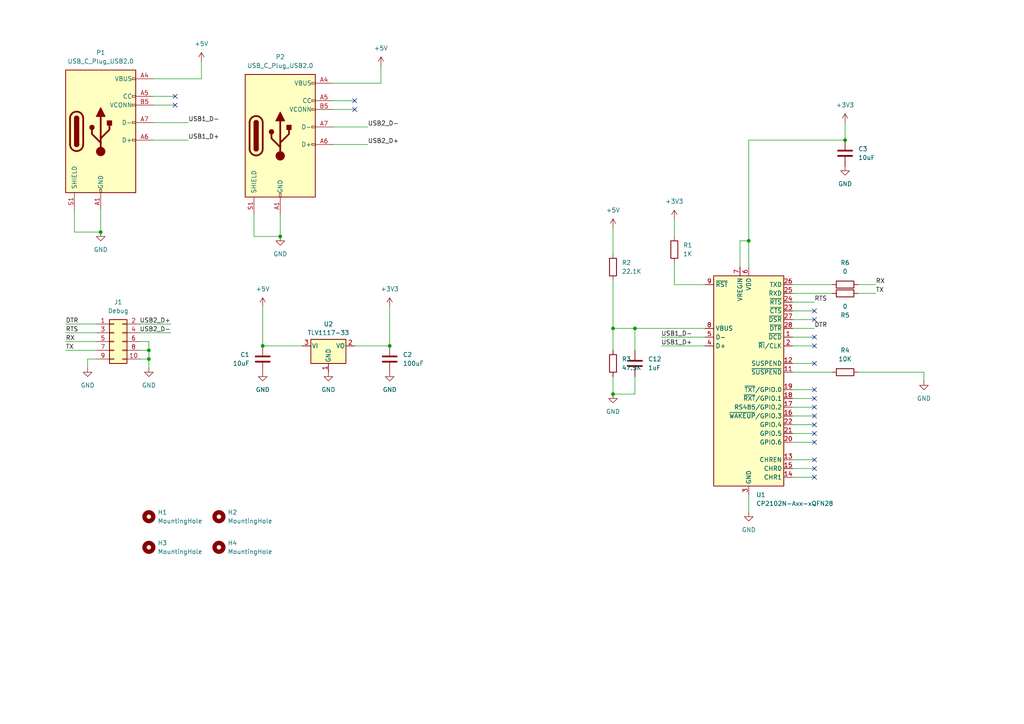
<source format=kicad_sch>
(kicad_sch (version 20250114) (generator "eeschema") (generator_version "9.0")
  (paper "A4")
  (title_block (title "USB to TTL Adapter") (date "2025-09-27") (rev "V1") (company "jLab"))
  (lib_symbols
    (symbol "Connector:USB_C_Plug_USB2.0" (pin_names (offset 1.016))
      (property "Reference" "P" (at -10.16 19.05 0))
      (property "Value" "USB_C_Plug_USB2.0" (at 12.7 19.05 0))
      (symbol "USB_C_Plug_USB2.0_0_0"
        (rectangle (start -0.254 -17.78) (end 0.254 -16.764))
        (rectangle (start 10.16 15.494) (end 9.144 14.986))
        (rectangle (start 10.16 10.414) (end 9.144 9.906))
        (rectangle (start 10.16 7.874) (end 9.144 7.366))
        (rectangle (start 10.16 2.794) (end 9.144 2.286))
        (rectangle (start 10.16 -2.286) (end 9.144 -2.794))
      )
      (symbol "USB_C_Plug_USB2.0_0_1"
        (rectangle (start -10.16 17.78) (end 10.16 -17.78) (stroke (width 0.254)) (fill (type background)))
        (polyline (pts (xy -8.89 -3.81) (xy -8.89 3.81)) (stroke (width 0.508)))
        (rectangle (start -7.62 -3.81) (end -6.35 3.81) (stroke (width 0.254)) (fill (type outline)))
        (arc (start -7.62 3.81) (mid -6.985 4.4423) (end -6.35 3.81) (stroke (width 0.254)))
        (arc (start -7.62 3.81) (mid -6.985 4.4423) (end -6.35 3.81) (stroke (width 0.254)) (fill (type outline)))
        (arc (start -8.89 3.81) (mid -6.985 5.7067) (end -5.08 3.81) (stroke (width 0.508)))
        (arc (start -5.08 -3.81) (mid -6.985 -5.7067) (end -8.89 -3.81) (stroke (width 0.508)))
        (arc (start -6.35 -3.81) (mid -6.985 -4.4423) (end -7.62 -3.81) (stroke (width 0.254)))
        (arc (start -6.35 -3.81) (mid -6.985 -4.4423) (end -7.62 -3.81) (stroke (width 0.254)) (fill (type outline)))
        (polyline (pts (xy -5.08 3.81) (xy -5.08 -3.81)) (stroke (width 0.508)))
        (circle (center -2.54 1.143) (radius 0.635) (stroke (width 0.254)) (fill (type outline)))
        (polyline (pts (xy -1.27 4.318) (xy 0 6.858) (xy 1.27 4.318) (xy -1.27 4.318)) (stroke (width 0.254)) (fill (type outline)))
        (polyline (pts (xy 0 -2.032) (xy 2.54 0.508) (xy 2.54 1.778)) (stroke (width 0.508)))
        (polyline (pts (xy 0 -3.302) (xy -2.54 -0.762) (xy -2.54 0.508)) (stroke (width 0.508)))
        (polyline (pts (xy 0 -5.842) (xy 0 4.318)) (stroke (width 0.508)))
        (circle (center 0 -5.842) (radius 1.27) (fill (type outline)))
        (rectangle (start 1.905 1.778) (end 3.175 3.048) (stroke (width 0.254)) (fill (type outline)))
      )
      (symbol "USB_C_Plug_USB2.0_1_1"
        (pin passive line (at -7.62 -22.86 90) (length 5.08) (name "SHIELD") (number "S1"))
        (pin passive line (at 0 -22.86 90) (length 5.08) (name "GND") (number "A1"))
        (pin passive line (at 0 -22.86 90) (length 5.08) (hide yes) (name "GND") (number "A12"))
        (pin passive line (at 0 -22.86 90) (length 5.08) (hide yes) (name "GND") (number "B1"))
        (pin passive line (at 0 -22.86 90) (length 5.08) (hide yes) (name "GND") (number "B12"))
        (pin passive line (at 15.24 15.24 180) (length 5.08) (name "VBUS") (number "A4"))
        (pin passive line (at 15.24 15.24 180) (length 5.08) (hide yes) (name "VBUS") (number "A9"))
        (pin passive line (at 15.24 15.24 180) (length 5.08) (hide yes) (name "VBUS") (number "B4"))
        (pin passive line (at 15.24 15.24 180) (length 5.08) (hide yes) (name "VBUS") (number "B9"))
        (pin bidirectional line (at 15.24 10.16 180) (length 5.08) (name "CC") (number "A5"))
        (pin bidirectional line (at 15.24 7.62 180) (length 5.08) (name "VCONN") (number "B5"))
        (pin bidirectional line (at 15.24 2.54 180) (length 5.08) (name "D-") (number "A7"))
        (pin bidirectional line (at 15.24 -2.54 180) (length 5.08) (name "D+") (number "A6"))
      )
    )
    (symbol "Connector_Generic:Conn_02x05_Odd_Even" (pin_names (offset 1.016) (hide yes))
      (property "Reference" "J" (at 1.27 7.62 0))
      (property "Value" "Conn_02x05_Odd_Even" (at 1.27 -7.62 0))
      (symbol "Conn_02x05_Odd_Even_1_1"
        (rectangle (start -1.27 6.35) (end 3.81 -6.35) (stroke (width 0.254)) (fill (type background)))
        (rectangle (start -1.27 5.207) (end 0 4.953) (stroke (width 0.1524)))
        (rectangle (start -1.27 2.667) (end 0 2.413) (stroke (width 0.1524)))
        (rectangle (start -1.27 0.127) (end 0 -0.127) (stroke (width 0.1524)))
        (rectangle (start -1.27 -2.413) (end 0 -2.667) (stroke (width 0.1524)))
        (rectangle (start -1.27 -4.953) (end 0 -5.207) (stroke (width 0.1524)))
        (rectangle (start 3.81 5.207) (end 2.54 4.953) (stroke (width 0.1524)))
        (rectangle (start 3.81 2.667) (end 2.54 2.413) (stroke (width 0.1524)))
        (rectangle (start 3.81 0.127) (end 2.54 -0.127) (stroke (width 0.1524)))
        (rectangle (start 3.81 -2.413) (end 2.54 -2.667) (stroke (width 0.1524)))
        (rectangle (start 3.81 -4.953) (end 2.54 -5.207) (stroke (width 0.1524)))
        (pin passive line (at -5.08 5.08 0) (length 3.81) (name "Pin_1") (number "1"))
        (pin passive line (at -5.08 2.54 0) (length 3.81) (name "Pin_3") (number "3"))
        (pin passive line (at -5.08 0 0) (length 3.81) (name "Pin_5") (number "5"))
        (pin passive line (at -5.08 -2.54 0) (length 3.81) (name "Pin_7") (number "7"))
        (pin passive line (at -5.08 -5.08 0) (length 3.81) (name "Pin_9") (number "9"))
        (pin passive line (at 7.62 5.08 180) (length 3.81) (name "Pin_2") (number "2"))
        (pin passive line (at 7.62 2.54 180) (length 3.81) (name "Pin_4") (number "4"))
        (pin passive line (at 7.62 0 180) (length 3.81) (name "Pin_6") (number "6"))
        (pin passive line (at 7.62 -2.54 180) (length 3.81) (name "Pin_8") (number "8"))
        (pin passive line (at 7.62 -5.08 180) (length 3.81) (name "Pin_10") (number "10"))
      )
    )
    (symbol "Device:C" (pin_numbers (hide yes)) (pin_names (offset 0.254))
      (property "Reference" "C" (at 0.635 2.54 0))
      (property "Value" "C" (at 0.635 -2.54 0))
      (symbol "C_0_1"
        (polyline (pts (xy -2.032 0.762) (xy 2.032 0.762)) (stroke (width 0.508)))
        (polyline (pts (xy -2.032 -0.762) (xy 2.032 -0.762)) (stroke (width 0.508)))
      )
      (symbol "C_1_1"
        (pin passive line (at 0 3.81 270) (length 2.794) (name "~") (number "1"))
        (pin passive line (at 0 -3.81 90) (length 2.794) (name "~") (number "2"))
      )
    )
    (symbol "Device:R" (pin_numbers (hide yes)) (pin_names (offset 0))
      (property "Reference" "R" (at 2.032 0 90))
      (property "Value" "R" (at 0 0 90))
      (symbol "R_0_1"
        (rectangle (start -1.016 -2.54) (end 1.016 2.54) (stroke (width 0.254)))
      )
      (symbol "R_1_1"
        (pin passive line (at 0 3.81 270) (length 1.27) (name "~") (number "1"))
        (pin passive line (at 0 -3.81 90) (length 1.27) (name "~") (number "2"))
      )
    )
    (symbol "Interface_USB:CP2102N-Axx-xQFN28"
      (property "Reference" "U" (at -8.89 31.75 0))
      (property "Value" "CP2102N-Axx-xQFN28" (at 12.7 31.75 0))
      (symbol "CP2102N-Axx-xQFN28_0_1"
        (rectangle (start -10.16 30.48) (end 10.16 -30.48) (stroke (width 0.254)) (fill (type background)))
      )
      (symbol "CP2102N-Axx-xQFN28_1_1"
        (pin input line (at -12.7 27.94 0) (length 2.54) (name "~{RST}") (number "9"))
        (pin input line (at -12.7 15.24 0) (length 2.54) (name "VBUS") (number "8"))
        (pin bidirectional line (at -12.7 12.7 0) (length 2.54) (name "D-") (number "5"))
        (pin bidirectional line (at -12.7 10.16 0) (length 2.54) (name "D+") (number "4"))
        (pin no_connect line (at -10.16 -27.94 0) (length 2.54) (hide yes) (name "NC") (number "10"))
        (pin power_in line (at -2.54 33.02 270) (length 2.54) (name "VREGIN") (number "7"))
        (pin power_in line (at 0 33.02 270) (length 2.54) (name "VDD") (number "6"))
        (pin passive line (at 0 -33.02 90) (length 2.54) (hide yes) (name "GND") (number "29"))
        (pin power_in line (at 0 -33.02 90) (length 2.54) (name "GND") (number "3"))
        (pin output line (at 12.7 27.94 180) (length 2.54) (name "TXD") (number "26"))
        (pin input line (at 12.7 25.4 180) (length 2.54) (name "RXD") (number "25"))
        (pin output line (at 12.7 22.86 180) (length 2.54) (name "~{RTS}") (number "24"))
        (pin input line (at 12.7 20.32 180) (length 2.54) (name "~{CTS}") (number "23"))
        (pin input line (at 12.7 17.78 180) (length 2.54) (name "~{DSR}") (number "27"))
        (pin output line (at 12.7 15.24 180) (length 2.54) (name "~{DTR}") (number "28"))
        (pin input line (at 12.7 12.7 180) (length 2.54) (name "~{DCD}") (number "1"))
        (pin bidirectional line (at 12.7 10.16 180) (length 2.54) (name "~{RI}/CLK") (number "2"))
        (pin output line (at 12.7 5.08 180) (length 2.54) (name "SUSPEND") (number "12"))
        (pin output line (at 12.7 2.54 180) (length 2.54) (name "~{SUSPEND}") (number "11"))
        (pin bidirectional line (at 12.7 -2.54 180) (length 2.54) (name "~{TXT}/GPIO.0") (number "19"))
        (pin bidirectional line (at 12.7 -5.08 180) (length 2.54) (name "~{RXT}/GPIO.1") (number "18"))
        (pin bidirectional line (at 12.7 -7.62 180) (length 2.54) (name "RS485/GPIO.2") (number "17"))
        (pin bidirectional line (at 12.7 -10.16 180) (length 2.54) (name "~{WAKEUP}/GPIO.3") (number "16"))
        (pin bidirectional line (at 12.7 -12.7 180) (length 2.54) (name "GPIO.4") (number "22"))
        (pin bidirectional line (at 12.7 -15.24 180) (length 2.54) (name "GPIO.5") (number "21"))
        (pin bidirectional line (at 12.7 -17.78 180) (length 2.54) (name "GPIO.6") (number "20"))
        (pin output line (at 12.7 -22.86 180) (length 2.54) (name "CHREN") (number "13"))
        (pin output line (at 12.7 -25.4 180) (length 2.54) (name "CHR0") (number "15"))
        (pin output line (at 12.7 -27.94 180) (length 2.54) (name "CHR1") (number "14"))
      )
    )
    (symbol "Mechanical:MountingHole" (pin_names (offset 1.016)) (in_bom no)
      (property "Reference" "H" (at 0 5.08 0))
      (property "Value" "MountingHole" (at 0 3.175 0))
      (symbol "MountingHole_0_1"
        (circle (center 0 0) (radius 1.27) (stroke (width 1.27)))
      )
    )
    (symbol "Regulator_Linear:TLV1117-33" (pin_names (offset 0.254))
      (property "Reference" "U" (at -3.81 3.175 0))
      (property "Value" "TLV1117-33" (at 0 3.175 0))
      (symbol "TLV1117-33_0_1"
        (rectangle (start -5.08 -5.08) (end 5.08 1.905) (stroke (width 0.254)) (fill (type background)))
      )
      (symbol "TLV1117-33_1_1"
        (pin power_in line (at -7.62 0 0) (length 2.54) (name "VI") (number "3"))
        (pin power_in line (at 0 -7.62 90) (length 2.54) (name "GND") (number "1"))
        (pin power_out line (at 7.62 0 180) (length 2.54) (name "VO") (number "2"))
      )
    )
    (symbol "power:+3V3" (power) (pin_numbers (hide yes)) (pin_names (offset 0) (hide yes))
      (property "Value" "+3V3" (at 0 3.556 0))
      (symbol "+3V3_0_1"
        (polyline (pts (xy -0.762 1.27) (xy 0 2.54)))
        (polyline (pts (xy 0 2.54) (xy 0.762 1.27)))
        (polyline (pts (xy 0 0) (xy 0 2.54)))
      )
      (symbol "+3V3_1_1"
        (pin power_in line (at 0 0 90) (length 0) (name "~") (number "1"))
      )
    )
    (symbol "power:+5V" (power) (pin_numbers (hide yes)) (pin_names (offset 0) (hide yes))
      (property "Value" "+5V" (at 0 3.556 0))
      (symbol "+5V_0_1"
        (polyline (pts (xy -0.762 1.27) (xy 0 2.54)))
        (polyline (pts (xy 0 2.54) (xy 0.762 1.27)))
        (polyline (pts (xy 0 0) (xy 0 2.54)))
      )
      (symbol "+5V_1_1"
        (pin power_in line (at 0 0 90) (length 0) (name "~") (number "1"))
      )
    )
    (symbol "power:GND" (power) (pin_numbers (hide yes)) (pin_names (offset 0) (hide yes))
      (property "Value" "GND" (at 0 -3.81 0))
      (symbol "GND_0_1"
        (polyline (pts (xy 0 0) (xy 0 -1.27) (xy 1.27 -1.27) (xy 0 -2.54) (xy -1.27 -1.27) (xy 0 -1.27)))
      )
      (symbol "GND_1_1"
        (pin power_in line (at 0 0 270) (length 0) (name "~") (number "1"))
      )
    )
    (symbol "power:VBUS" (power) (pin_numbers (hide yes)) (pin_names (offset 0) (hide yes))
      (property "Value" "VBUS" (at 0 3.556 0))
      (symbol "VBUS_0_1"
        (polyline (pts (xy -0.762 1.27) (xy 0 2.54)))
        (polyline (pts (xy 0 2.54) (xy 0.762 1.27)))
        (polyline (pts (xy 0 0) (xy 0 2.54)))
      )
      (symbol "VBUS_1_1"
        (pin power_in line (at 0 0 90) (length 0) (name "~") (number "1"))
      )
    )
  )
  (junction (at 245.11 40.64))
  (junction (at 184.15 95.25))
  (junction (at 43.18 104.14))
  (junction (at 217.17 69.85))
  (junction (at 113.03 100.33))
  (junction (at 177.8 114.3))
  (junction (at 29.21 67.31))
  (junction (at 81.28 68.58))
  (junction (at 43.18 101.6))
  (junction (at 76.2 100.33))
  (junction (at 177.8 95.25))
  (no_connect (at 236.22 120.65))
  (no_connect (at 236.22 92.71))
  (no_connect (at 236.22 115.57))
  (no_connect (at 236.22 118.11))
  (no_connect (at 50.8 27.94))
  (no_connect (at 50.8 30.48))
  (no_connect (at 236.22 105.41))
  (no_connect (at 236.22 138.43))
  (no_connect (at 102.87 31.75))
  (no_connect (at 236.22 135.89))
  (no_connect (at 236.22 125.73))
  (no_connect (at 236.22 113.03))
  (no_connect (at 236.22 133.35))
  (no_connect (at 236.22 128.27))
  (no_connect (at 236.22 90.17))
  (no_connect (at 236.22 97.79))
  (no_connect (at 236.22 100.33))
  (no_connect (at 236.22 123.19))
  (no_connect (at 102.87 29.21))
  (wire (pts (xy 73.66 68.58) (xy 81.28 68.58)))
  (wire (pts (xy 113.03 88.9) (xy 113.03 100.33)))
  (wire (pts (xy 248.92 85.09) (xy 254 85.09)))
  (wire (pts (xy 229.87 107.95) (xy 241.3 107.95)))
  (wire (pts (xy 214.63 77.47) (xy 214.63 69.85)))
  (wire (pts (xy 21.59 60.96) (xy 21.59 67.31)))
  (wire (pts (xy 19.05 96.52) (xy 27.94 96.52)))
  (wire (pts (xy 96.52 31.75) (xy 102.87 31.75)))
  (wire (pts (xy 229.87 95.25) (xy 236.22 95.25)))
  (wire (pts (xy 191.77 97.79) (xy 204.47 97.79)))
  (wire (pts (xy 191.77 100.33) (xy 204.47 100.33)))
  (wire (pts (xy 43.18 99.06) (xy 40.64 99.06)))
  (wire (pts (xy 229.87 82.55) (xy 241.3 82.55)))
  (wire (pts (xy 184.15 114.3) (xy 177.8 114.3)))
  (wire (pts (xy 177.8 95.25) (xy 177.8 101.6)))
  (wire (pts (xy 58.42 17.78) (xy 58.42 22.86)))
  (wire (pts (xy 229.87 118.11) (xy 236.22 118.11)))
  (wire (pts (xy 25.4 104.14) (xy 25.4 106.68)))
  (wire (pts (xy 44.45 40.64) (xy 54.61 40.64)))
  (wire (pts (xy 76.2 88.9) (xy 76.2 100.33)))
  (wire (pts (xy 245.11 35.56) (xy 245.11 40.64)))
  (wire (pts (xy 177.8 95.25) (xy 184.15 95.25)))
  (wire (pts (xy 229.87 113.03) (xy 236.22 113.03)))
  (wire (pts (xy 40.64 104.14) (xy 43.18 104.14)))
  (wire (pts (xy 267.97 110.49) (xy 267.97 107.95)))
  (wire (pts (xy 177.8 109.22) (xy 177.8 114.3)))
  (wire (pts (xy 229.87 120.65) (xy 236.22 120.65)))
  (wire (pts (xy 195.58 63.5) (xy 195.58 68.58)))
  (wire (pts (xy 43.18 104.14) (xy 43.18 101.6)))
  (wire (pts (xy 229.87 138.43) (xy 236.22 138.43)))
  (wire (pts (xy 229.87 125.73) (xy 236.22 125.73)))
  (wire (pts (xy 43.18 101.6) (xy 40.64 101.6)))
  (wire (pts (xy 44.45 27.94) (xy 50.8 27.94)))
  (wire (pts (xy 217.17 143.51) (xy 217.17 148.59)))
  (wire (pts (xy 73.66 62.23) (xy 73.66 68.58)))
  (wire (pts (xy 19.05 101.6) (xy 27.94 101.6)))
  (wire (pts (xy 229.87 123.19) (xy 236.22 123.19)))
  (wire (pts (xy 81.28 62.23) (xy 81.28 68.58)))
  (wire (pts (xy 229.87 92.71) (xy 236.22 92.71)))
  (wire (pts (xy 177.8 81.28) (xy 177.8 95.25)))
  (wire (pts (xy 214.63 69.85) (xy 217.17 69.85)))
  (wire (pts (xy 195.58 76.2) (xy 195.58 82.55)))
  (wire (pts (xy 40.64 96.52) (xy 49.53 96.52)))
  (wire (pts (xy 96.52 24.13) (xy 110.49 24.13)))
  (wire (pts (xy 229.87 105.41) (xy 236.22 105.41)))
  (wire (pts (xy 229.87 133.35) (xy 236.22 133.35)))
  (wire (pts (xy 102.87 100.33) (xy 113.03 100.33)))
  (wire (pts (xy 229.87 115.57) (xy 236.22 115.57)))
  (wire (pts (xy 229.87 135.89) (xy 236.22 135.89)))
  (wire (pts (xy 19.05 93.98) (xy 27.94 93.98)))
  (wire (pts (xy 96.52 41.91) (xy 106.68 41.91)))
  (wire (pts (xy 96.52 36.83) (xy 106.68 36.83)))
  (wire (pts (xy 44.45 22.86) (xy 58.42 22.86)))
  (wire (pts (xy 110.49 19.05) (xy 110.49 24.13)))
  (wire (pts (xy 44.45 30.48) (xy 50.8 30.48)))
  (wire (pts (xy 245.11 40.64) (xy 217.17 40.64)))
  (wire (pts (xy 19.05 99.06) (xy 27.94 99.06)))
  (wire (pts (xy 267.97 107.95) (xy 248.92 107.95)))
  (wire (pts (xy 40.64 93.98) (xy 49.53 93.98)))
  (wire (pts (xy 248.92 82.55) (xy 254 82.55)))
  (wire (pts (xy 96.52 29.21) (xy 102.87 29.21)))
  (wire (pts (xy 229.87 128.27) (xy 236.22 128.27)))
  (wire (pts (xy 229.87 87.63) (xy 236.22 87.63)))
  (wire (pts (xy 229.87 90.17) (xy 236.22 90.17)))
  (wire (pts (xy 204.47 82.55) (xy 195.58 82.55)))
  (wire (pts (xy 43.18 104.14) (xy 43.18 106.68)))
  (wire (pts (xy 184.15 95.25) (xy 204.47 95.25)))
  (wire (pts (xy 87.63 100.33) (xy 76.2 100.33)))
  (wire (pts (xy 229.87 97.79) (xy 236.22 97.79)))
  (wire (pts (xy 43.18 101.6) (xy 43.18 99.06)))
  (wire (pts (xy 217.17 40.64) (xy 217.17 69.85)))
  (wire (pts (xy 217.17 69.85) (xy 217.17 77.47)))
  (wire (pts (xy 229.87 85.09) (xy 241.3 85.09)))
  (wire (pts (xy 177.8 66.04) (xy 177.8 73.66)))
  (wire (pts (xy 21.59 67.31) (xy 29.21 67.31)))
  (wire (pts (xy 229.87 100.33) (xy 236.22 100.33)))
  (wire (pts (xy 184.15 95.25) (xy 184.15 101.6)))
  (wire (pts (xy 184.15 109.22) (xy 184.15 114.3)))
  (wire (pts (xy 44.45 35.56) (xy 54.61 35.56)))
  (wire (pts (xy 29.21 60.96) (xy 29.21 67.31)))
  (wire (pts (xy 25.4 104.14) (xy 27.94 104.14)))
  (label "RTS" (at 19.05 96.52 0))
  (label "USB1_D-" (at 191.77 97.79 0))
  (label "RTS" (at 236.22 87.63 0))
  (label "USB2_D-" (at 106.68 36.83 0))
  (label "USB1_D+" (at 54.61 40.64 0))
  (label "USB1_D-" (at 54.61 35.56 0))
  (label "RX" (at 19.05 99.06 0))
  (label "RX" (at 254 82.55 0))
  (label "USB2_D+" (at 49.53 93.98 180))
  (label "TX" (at 254 85.09 0))
  (label "DTR" (at 236.22 95.25 0))
  (label "DTR" (at 19.05 93.98 0))
  (label "TX" (at 19.05 101.6 0))
  (label "USB1_D+" (at 191.77 100.33 0))
  (label "USB2_D+" (at 106.68 41.91 0))
  (label "USB2_D-" (at 49.53 96.52 180))
  (symbol (lib_id "Device:R") (at 245.11 85.09 270) (unit 1)
    (property "Reference" "R5" (at 245.11 91.44 90))
    (property "Value" "0" (at 245.11 88.9 90))
    (property "Footprint" "Resistor_SMD:R_0603_1608Metric" (effects (hide yes)))
    (property "Description" "Resistor" (effects (hide yes)))
  )
  (symbol (lib_id "power:+5V") (at 58.42 17.78 0) (unit 1)
    (property "Reference" "#PWR07" (effects (hide yes)))
    (property "Value" "+5V" (at 58.42 12.7 0))
    (property "Description" "Power symbol creates a global label with name \"+5V\"" (effects (hide yes)))
  )
  (symbol (lib_id "power:+5V") (at 76.2 88.9 0) (unit 1)
    (property "Reference" "#PWR02" (effects (hide yes)))
    (property "Value" "+5V" (at 76.2 83.82 0))
    (property "Description" "Power symbol creates a global label with name \"+5V\"" (effects (hide yes)))
  )
  (symbol (lib_id "Connector_Generic:Conn_02x05_Odd_Even") (at 33.02 99.06 0) (unit 1)
    (property "Reference" "J1" (at 34.29 87.63 0))
    (property "Value" "Debug" (at 34.29 90.17 0))
    (property "Footprint" "Connector_PinHeader_2.54mm:PinHeader_2x05_P2.54mm_Vertical" (effects (hide yes)))
    (property "Description" "Generic connector, double row, 02x05, odd/even pin numbering scheme (row 1 odd numbers, row 2 even numbers), script generated (kicad-library-utils/schlib/autogen/connector/)" (effects (hide yes)))
  )
  (symbol (lib_id "Mechanical:MountingHole") (at 63.5 149.86 0) (unit 1) (in_bom no)
    (property "Reference" "H2" (at 66.04 148.5899 0) (effects (justify left)))
    (property "Value" "MountingHole" (at 66.04 151.1299 0) (effects (justify left)))
    (property "Footprint" "MountingHole:MountingHole_3.2mm_M3_ISO7380" (effects (hide yes)))
    (property "Description" "Mounting Hole without connection" (effects (hide yes)))
  )
  (symbol (lib_id "power:+3V3") (at 195.58 63.5 0) (unit 1)
    (property "Reference" "#PWR012" (effects (hide yes)))
    (property "Value" "+3V3" (at 195.58 58.42 0))
    (property "Description" "Power symbol creates a global label with name \"+3V3\"" (effects (hide yes)))
  )
  (symbol (lib_id "Device:C") (at 113.03 104.14 0) (unit 1)
    (property "Reference" "C2" (at 116.84 102.8699 0) (effects (justify left)))
    (property "Value" "100uF" (at 116.84 105.4099 0) (effects (justify left)))
    (property "Footprint" "Capacitor_SMD:C_0805_2012Metric" (effects (hide yes)))
    (property "Description" "Unpolarized capacitor" (effects (hide yes)))
  )
  (symbol (lib_id "Device:C") (at 184.15 105.41 0) (unit 1)
    (property "Reference" "C12" (at 187.96 104.1399 0) (effects (justify left)))
    (property "Value" "1uF" (at 187.96 106.6799 0) (effects (justify left)))
    (property "Footprint" "Capacitor_SMD:C_0603_1608Metric" (effects (hide yes)))
    (property "Description" "Unpolarized capacitor" (effects (hide yes)))
  )
  (symbol (lib_id "power:+5V") (at 110.49 19.05 0) (unit 1)
    (property "Reference" "#PWR01" (effects (hide yes)))
    (property "Value" "+5V" (at 110.49 13.97 0))
    (property "Description" "Power symbol creates a global label with name \"+5V\"" (effects (hide yes)))
  )
  (symbol (lib_id "Mechanical:MountingHole") (at 43.18 149.86 0) (unit 1) (in_bom no)
    (property "Reference" "H1" (at 45.72 148.5899 0) (effects (justify left)))
    (property "Value" "MountingHole" (at 45.72 151.1299 0) (effects (justify left)))
    (property "Footprint" "MountingHole:MountingHole_3.2mm_M3_ISO7380" (effects (hide yes)))
    (property "Description" "Mounting Hole without connection" (effects (hide yes)))
  )
  (symbol (lib_id "Device:R") (at 245.11 107.95 90) (unit 1)
    (property "Reference" "R4" (at 245.11 101.6 90))
    (property "Value" "10K" (at 245.11 104.14 90))
    (property "Footprint" "Resistor_SMD:R_0603_1608Metric" (effects (hide yes)))
    (property "Description" "Resistor" (effects (hide yes)))
  )
  (symbol (lib_id "power:GND") (at 81.28 68.58 0) (unit 1)
    (property "Reference" "#PWR016" (effects (hide yes)))
    (property "Value" "GND" (at 81.28 73.66 0))
    (property "Description" "Power symbol creates a global label with name \"GND\" , ground" (effects (hide yes)))
  )
  (symbol (lib_id "Device:R") (at 177.8 77.47 0) (unit 1)
    (property "Reference" "R2" (at 180.34 76.1999 0) (effects (justify left)))
    (property "Value" "22.1K" (at 180.34 78.7399 0) (effects (justify left)))
    (property "Footprint" "Resistor_SMD:R_0603_1608Metric" (effects (hide yes)))
    (property "Description" "Resistor" (effects (hide yes)))
  )
  (symbol (lib_id "Connector:USB_C_Plug_USB2.0") (at 29.21 38.1 0) (unit 1)
    (property "Reference" "P1" (at 29.21 15.24 0))
    (property "Value" "USB_C_Plug_USB2.0" (at 29.21 17.78 0))
    (property "Footprint" "Connector_USB:USB_C_Receptacle_G-Switch_GT-USB-7010ASV" (effects (hide yes)))
    (property "Datasheet" "https://www.usb.org/sites/default/files/documents/usb_type-c.zip" (effects (hide yes)))
    (property "Description" "USB 2.0-only Type-C Plug connector" (effects (hide yes)))
    (property "MPN" "C2988369" (effects (hide yes)))
  )
  (symbol (lib_id "power:GND") (at 177.8 114.3 0) (unit 1)
    (property "Reference" "#PWR011" (effects (hide yes)))
    (property "Value" "GND" (at 177.8 119.38 0))
    (property "Description" "Power symbol creates a global label with name \"GND\" , ground" (effects (hide yes)))
  )
  (symbol (lib_id "Device:R") (at 195.58 72.39 0) (unit 1)
    (property "Reference" "R1" (at 198.12 71.1199 0) (effects (justify left)))
    (property "Value" "1K" (at 198.12 73.6599 0) (effects (justify left)))
    (property "Footprint" "Resistor_SMD:R_0603_1608Metric" (effects (hide yes)))
    (property "Description" "Resistor" (effects (hide yes)))
  )
  (symbol (lib_id "Device:R") (at 177.8 105.41 0) (unit 1)
    (property "Reference" "R3" (at 180.34 104.1399 0) (effects (justify left)))
    (property "Value" "47.5K" (at 180.34 106.6799 0) (effects (justify left)))
    (property "Footprint" "Resistor_SMD:R_0603_1608Metric" (effects (hide yes)))
    (property "Description" "Resistor" (effects (hide yes)))
  )
  (symbol (lib_id "power:VBUS") (at 177.8 66.04 0) (unit 1)
    (property "Reference" "#PWR010" (effects (hide yes)))
    (property "Value" "+5V" (at 177.8 60.96 0))
    (property "Description" "Power symbol creates a global label with name \"VBUS\"" (effects (hide yes)))
  )
  (symbol (lib_id "power:GND") (at 95.25 107.95 0) (unit 1)
    (property "Reference" "#PWR06" (effects (hide yes)))
    (property "Value" "GND" (at 95.25 113.03 0))
    (property "Description" "Power symbol creates a global label with name \"GND\" , ground" (effects (hide yes)))
  )
  (symbol (lib_id "Mechanical:MountingHole") (at 43.18 158.75 0) (unit 1) (in_bom no)
    (property "Reference" "H3" (at 45.72 157.4799 0) (effects (justify left)))
    (property "Value" "MountingHole" (at 45.72 160.0199 0) (effects (justify left)))
    (property "Footprint" "MountingHole:MountingHole_3.2mm_M3_ISO7380" (effects (hide yes)))
    (property "Description" "Mounting Hole without connection" (effects (hide yes)))
  )
  (symbol (lib_id "Device:C") (at 76.2 104.14 0) (mirror y) (unit 1)
    (property "Reference" "C1" (at 72.39 102.8699 0) (effects (justify left)))
    (property "Value" "10uF" (at 72.39 105.4099 0) (effects (justify left)))
    (property "Footprint" "Capacitor_SMD:C_0603_1608Metric" (effects (hide yes)))
    (property "Description" "Unpolarized capacitor" (effects (hide yes)))
  )
  (symbol (lib_id "power:+5V") (at 113.03 88.9 0) (unit 1)
    (property "Reference" "#PWR04" (effects (hide yes)))
    (property "Value" "+3V3" (at 113.03 83.82 0))
    (property "Description" "Power symbol creates a global label with name \"+5V\"" (effects (hide yes)))
  )
  (symbol (lib_id "Device:C") (at 245.11 44.45 0) (unit 1)
    (property "Reference" "C3" (at 248.92 43.1799 0) (effects (justify left)))
    (property "Value" "10uF" (at 248.92 45.7199 0) (effects (justify left)))
    (property "Footprint" "Capacitor_SMD:C_0603_1608Metric" (effects (hide yes)))
    (property "Description" "Unpolarized capacitor" (effects (hide yes)))
  )
  (symbol (lib_id "power:GND") (at 43.18 106.68 0) (unit 1)
    (property "Reference" "#PWR0102" (effects (hide yes)))
    (property "Value" "GND" (at 43.18 111.76 0))
    (property "Description" "Power symbol creates a global label with name \"GND\" , ground" (effects (hide yes)))
  )
  (symbol (lib_id "power:GND") (at 267.97 110.49 0) (unit 1)
    (property "Reference" "#PWR013" (effects (hide yes)))
    (property "Value" "GND" (at 267.97 115.57 0))
    (property "Description" "Power symbol creates a global label with name \"GND\" , ground" (effects (hide yes)))
  )
  (symbol (lib_id "power:GND") (at 245.11 48.26 0) (unit 1)
    (property "Reference" "#PWR09" (effects (hide yes)))
    (property "Value" "GND" (at 245.11 53.34 0))
    (property "Description" "Power symbol creates a global label with name \"GND\" , ground" (effects (hide yes)))
  )
  (symbol (lib_id "power:+3V3") (at 245.11 35.56 0) (unit 1)
    (property "Reference" "#PWR08" (effects (hide yes)))
    (property "Value" "+3V3" (at 245.11 30.48 0))
    (property "Description" "Power symbol creates a global label with name \"+3V3\"" (effects (hide yes)))
  )
  (symbol (lib_id "power:GND") (at 113.03 107.95 0) (unit 1)
    (property "Reference" "#PWR05" (effects (hide yes)))
    (property "Value" "GND" (at 113.03 113.03 0))
    (property "Description" "Power symbol creates a global label with name \"GND\" , ground" (effects (hide yes)))
  )
  (symbol (lib_id "Device:R") (at 245.11 82.55 90) (unit 1)
    (property "Reference" "R6" (at 245.11 76.2 90))
    (property "Value" "0" (at 245.11 78.74 90))
    (property "Footprint" "Resistor_SMD:R_0603_1608Metric" (effects (hide yes)))
    (property "Description" "Resistor" (effects (hide yes)))
  )
  (symbol (lib_id "power:GND") (at 217.17 148.59 0) (unit 1)
    (property "Reference" "#PWR014" (effects (hide yes)))
    (property "Value" "GND" (at 217.17 153.67 0))
    (property "Description" "Power symbol creates a global label with name \"GND\" , ground" (effects (hide yes)))
  )
  (symbol (lib_id "power:GND") (at 29.21 67.31 0) (unit 1)
    (property "Reference" "#PWR015" (effects (hide yes)))
    (property "Value" "GND" (at 29.21 72.39 0))
    (property "Description" "Power symbol creates a global label with name \"GND\" , ground" (effects (hide yes)))
  )
  (symbol (lib_id "Interface_USB:CP2102N-Axx-xQFN28") (at 217.17 110.49 0) (unit 1)
    (property "Reference" "U1" (at 219.3133 143.51 0) (effects (justify left)))
    (property "Value" "CP2102N-Axx-xQFN28" (at 219.3133 146.05 0) (effects (justify left)))
    (property "Footprint" "Package_DFN_QFN:QFN-28-1EP_5x5mm_P0.5mm_EP3.35x3.35mm" (effects (hide yes)))
    (property "Datasheet" "https://www.silabs.com/documents/public/data-sheets/cp2102n-datasheet.pdf" (effects (hide yes)))
    (property "Description" "USB to UART master bridge, QFN-28" (effects (hide yes)))
    (property "MPN" "C964632" (effects (hide yes)))
  )
  (symbol (lib_id "power:GND") (at 25.4 106.68 0) (unit 1)
    (property "Reference" "#PWR0101" (effects (hide yes)))
    (property "Value" "GND" (at 25.4 111.76 0))
    (property "Description" "Power symbol creates a global label with name \"GND\" , ground" (effects (hide yes)))
  )
  (symbol (lib_id "Mechanical:MountingHole") (at 63.5 158.75 0) (unit 1) (in_bom no)
    (property "Reference" "H4" (at 66.04 157.4799 0) (effects (justify left)))
    (property "Value" "MountingHole" (at 66.04 160.0199 0) (effects (justify left)))
    (property "Footprint" "MountingHole:MountingHole_3.2mm_M3_ISO7380" (effects (hide yes)))
    (property "Description" "Mounting Hole without connection" (effects (hide yes)))
  )
  (symbol (lib_id "Connector:USB_C_Plug_USB2.0") (at 81.28 39.37 0) (unit 1)
    (property "Reference" "P2" (at 81.28 16.51 0))
    (property "Value" "USB_C_Plug_USB2.0" (at 81.28 19.05 0))
    (property "Footprint" "Connector_USB:USB_C_Receptacle_G-Switch_GT-USB-7010ASV" (effects (hide yes)))
    (property "Datasheet" "https://www.usb.org/sites/default/files/documents/usb_type-c.zip" (effects (hide yes)))
    (property "Description" "USB 2.0-only Type-C Plug connector" (effects (hide yes)))
    (property "MPN" "C2988369" (effects (hide yes)))
  )
  (symbol (lib_id "Regulator_Linear:TLV1117-33") (at 95.25 100.33 0) (unit 1)
    (property "Reference" "U2" (at 95.25 93.98 0))
    (property "Value" "TLV1117-33" (at 95.25 96.52 0))
    (property "Footprint" "Package_TO_SOT_SMD:SOT-223-3_TabPin2" (effects (hide yes)))
    (property "Datasheet" "http://www.ti.com/lit/ds/symlink/tlv1117.pdf" (effects (hide yes)))
    (property "Description" "800mA Low-Dropout Linear Regulator, 3.3V fixed output, TO-220/TO-252/TO-263/SOT-223" (effects (hide yes)))
  )
  (symbol (lib_id "power:GND") (at 76.2 107.95 0) (unit 1)
    (property "Reference" "#PWR03" (effects (hide yes)))
    (property "Value" "GND" (at 76.2 113.03 0))
    (property "Description" "Power symbol creates a global label with name \"GND\" , ground" (effects (hide yes)))
  )
)
</source>
